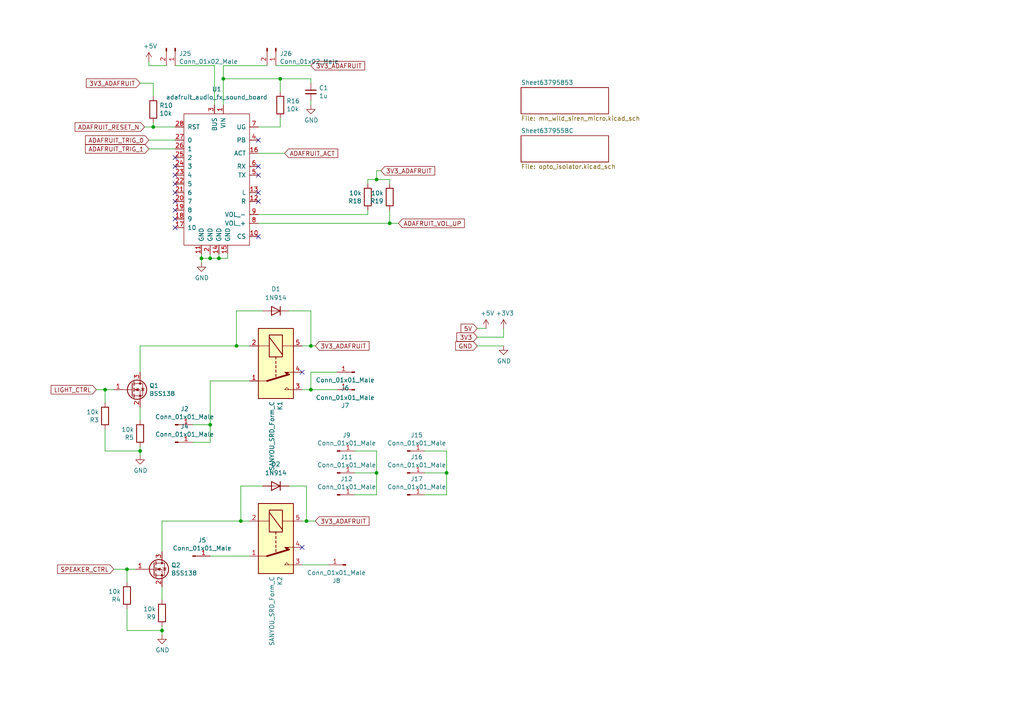
<source format=kicad_sch>
(kicad_sch (version 20211123) (generator eeschema)
  (paper "A4")
  (lib_symbols
    (symbol "Connector:Conn_01x01_Male" (pin_names (offset 1.016) hide)
      (property "Reference" "J" (at 0 2.54 0))
      (property "Value" "Conn_01x01_Male" (at 0 -2.54 0))
      (symbol "Conn_01x01_Male_1_1"
        (polyline (pts (xy 1.27 0) (xy 0.8636 0)) (stroke (width 0.1524)))
        (rectangle (start 0.8636 0.127) (end 0 -0.127) (stroke (width 0.1524)) (fill (type outline)))
        (pin passive line (at 5.08 0 180) (length 3.81) (name "Pin_1") (number "1"))
      )
    )
    (symbol "Connector:Conn_01x02_Male" (pin_names (offset 1.016) hide)
      (property "Reference" "J" (at 0 2.54 0))
      (property "Value" "Conn_01x02_Male" (at 0 -5.08 0))
      (symbol "Conn_01x02_Male_1_1"
        (polyline (pts (xy 1.27 -2.54) (xy 0.8636 -2.54)) (stroke (width 0.1524)))
        (polyline (pts (xy 1.27 0) (xy 0.8636 0)) (stroke (width 0.1524)))
        (rectangle (start 0.8636 -2.413) (end 0 -2.667) (stroke (width 0.1524)) (fill (type outline)))
        (rectangle (start 0.8636 0.127) (end 0 -0.127) (stroke (width 0.1524)) (fill (type outline)))
        (pin passive line (at 5.08 0 180) (length 3.81) (name "Pin_1") (number "1"))
        (pin passive line (at 5.08 -2.54 180) (length 3.81) (name "Pin_2") (number "2"))
      )
    )
    (symbol "Device:C_Small" (pin_numbers hide) (pin_names (offset 0.254) hide)
      (property "Reference" "C" (at 0.254 1.778 0))
      (property "Value" "C_Small" (at 0.254 -2.032 0))
      (symbol "C_Small_0_1"
        (polyline (pts (xy -1.524 -0.508) (xy 1.524 -0.508)) (stroke (width 0.3302)))
        (polyline (pts (xy -1.524 0.508) (xy 1.524 0.508)) (stroke (width 0.3048)))
      )
      (symbol "C_Small_1_1"
        (pin passive line (at 0 2.54 270) (length 2.032) (name "~") (number "1"))
        (pin passive line (at 0 -2.54 90) (length 2.032) (name "~") (number "2"))
      )
    )
    (symbol "Device:R" (pin_numbers hide) (pin_names (offset 0))
      (property "Reference" "R" (at 2.032 0 90))
      (property "Value" "R" (at 0 0 90))
      (symbol "R_0_1"
        (rectangle (start -1.016 -2.54) (end 1.016 2.54) (stroke (width 0.254)))
      )
      (symbol "R_1_1"
        (pin passive line (at 0 3.81 270) (length 1.27) (name "~") (number "1"))
        (pin passive line (at 0 -3.81 90) (length 1.27) (name "~") (number "2"))
      )
    )
    (symbol "Diode:1N914" (pin_numbers hide) (pin_names hide)
      (property "Reference" "D" (at 0 2.54 0))
      (property "Value" "1N914" (at 0 -2.54 0))
      (symbol "1N914_0_1"
        (polyline (pts (xy -1.27 1.27) (xy -1.27 -1.27)) (stroke (width 0.254)))
        (polyline (pts (xy 1.27 0) (xy -1.27 0)))
        (polyline (pts (xy 1.27 1.27) (xy 1.27 -1.27) (xy -1.27 0) (xy 1.27 1.27)) (stroke (width 0.254)))
      )
      (symbol "1N914_1_1"
        (pin passive line (at -3.81 0 0) (length 2.54) (name "K") (number "1"))
        (pin passive line (at 3.81 0 180) (length 2.54) (name "A") (number "2"))
      )
    )
    (symbol "Relay:SANYOU_SRD_Form_C"
      (property "Reference" "K" (at 11.43 3.81 0))
      (property "Value" "SANYOU_SRD_Form_C" (at 11.43 1.27 0))
      (symbol "SANYOU_SRD_Form_C_0_0"
        (polyline (pts (xy 7.62 5.08) (xy 7.62 2.54) (xy 6.985 3.175) (xy 7.62 3.81)))
      )
      (symbol "SANYOU_SRD_Form_C_0_1"
        (rectangle (start -10.16 5.08) (end 10.16 -5.08) (stroke (width 0.254)) (fill (type background)))
        (rectangle (start -8.255 1.905) (end -1.905 -1.905) (stroke (width 0.254)))
        (polyline (pts (xy -7.62 -1.905) (xy -2.54 1.905)) (stroke (width 0.254)))
        (polyline (pts (xy -5.08 -5.08) (xy -5.08 -1.905)))
        (polyline (pts (xy -5.08 5.08) (xy -5.08 1.905)))
        (polyline (pts (xy -1.905 0) (xy -1.27 0)) (stroke (width 0.254)))
        (polyline (pts (xy -0.635 0) (xy 0 0)) (stroke (width 0.254)))
        (polyline (pts (xy 0.635 0) (xy 1.27 0)) (stroke (width 0.254)))
        (polyline (pts (xy 1.905 0) (xy 2.54 0)) (stroke (width 0.254)))
        (polyline (pts (xy 3.175 0) (xy 3.81 0)) (stroke (width 0.254)))
        (polyline (pts (xy 5.08 -2.54) (xy 3.175 3.81)) (stroke (width 0.508)))
        (polyline (pts (xy 5.08 -2.54) (xy 5.08 -5.08)))
      )
      (symbol "SANYOU_SRD_Form_C_1_1"
        (polyline (pts (xy 2.54 3.81) (xy 3.175 3.175) (xy 2.54 2.54) (xy 2.54 5.08)) (fill (type outline)))
        (pin passive line (at 5.08 -7.62 90) (length 2.54) (name "~") (number "1"))
        (pin passive line (at -5.08 -7.62 90) (length 2.54) (name "~") (number "2"))
        (pin passive line (at 7.62 7.62 270) (length 2.54) (name "~") (number "3"))
        (pin passive line (at 2.54 7.62 270) (length 2.54) (name "~") (number "4"))
        (pin passive line (at -5.08 7.62 270) (length 2.54) (name "~") (number "5"))
      )
    )
    (symbol "Transistor_FET:BSS138" (pin_names hide)
      (property "Reference" "Q" (at 5.08 1.905 0))
      (property "Value" "BSS138" (at 5.08 0 0))
      (symbol "BSS138_0_1"
        (polyline (pts (xy 0.254 0) (xy -2.54 0)))
        (polyline (pts (xy 0.254 1.905) (xy 0.254 -1.905)) (stroke (width 0.254)))
        (polyline (pts (xy 0.762 -1.27) (xy 0.762 -2.286)) (stroke (width 0.254)))
        (polyline (pts (xy 0.762 0.508) (xy 0.762 -0.508)) (stroke (width 0.254)))
        (polyline (pts (xy 0.762 2.286) (xy 0.762 1.27)) (stroke (width 0.254)))
        (polyline (pts (xy 2.54 2.54) (xy 2.54 1.778)))
        (polyline (pts (xy 2.54 -2.54) (xy 2.54 0) (xy 0.762 0)))
        (polyline (pts (xy 0.762 -1.778) (xy 3.302 -1.778) (xy 3.302 1.778) (xy 0.762 1.778)))
        (polyline (pts (xy 1.016 0) (xy 2.032 0.381) (xy 2.032 -0.381) (xy 1.016 0)) (fill (type outline)))
        (polyline (pts (xy 2.794 0.508) (xy 2.921 0.381) (xy 3.683 0.381) (xy 3.81 0.254)))
        (polyline (pts (xy 3.302 0.381) (xy 2.921 -0.254) (xy 3.683 -0.254) (xy 3.302 0.381)))
        (circle (center 1.651 0) (radius 2.794) (stroke (width 0.254)))
        (circle (center 2.54 -1.778) (radius 0.254) (fill (type outline)))
        (circle (center 2.54 1.778) (radius 0.254) (fill (type outline)))
      )
      (symbol "BSS138_1_1"
        (pin input line (at -5.08 0 0) (length 2.54) (name "G") (number "1"))
        (pin passive line (at 2.54 -5.08 90) (length 2.54) (name "S") (number "2"))
        (pin passive line (at 2.54 5.08 270) (length 2.54) (name "D") (number "3"))
      )
    )
    (symbol "power:+3V3" (power) (pin_names (offset 0))
      (property "Value" "+3V3" (at 0 3.556 0))
      (symbol "+3V3_0_1"
        (polyline (pts (xy -0.762 1.27) (xy 0 2.54)))
        (polyline (pts (xy 0 0) (xy 0 2.54)))
        (polyline (pts (xy 0 2.54) (xy 0.762 1.27)))
      )
      (symbol "+3V3_1_1"
        (pin power_in line (at 0 0 90) (length 0) hide (name "+3V3") (number "1"))
      )
    )
    (symbol "power:+5V" (power) (pin_names (offset 0))
      (property "Value" "+5V" (at 0 3.556 0))
      (symbol "+5V_0_1"
        (polyline (pts (xy -0.762 1.27) (xy 0 2.54)))
        (polyline (pts (xy 0 0) (xy 0 2.54)))
        (polyline (pts (xy 0 2.54) (xy 0.762 1.27)))
      )
      (symbol "+5V_1_1"
        (pin power_in line (at 0 0 90) (length 0) hide (name "+5V") (number "1"))
      )
    )
    (symbol "power:GND" (power) (pin_names (offset 0))
      (property "Value" "GND" (at 0 -3.81 0))
      (symbol "GND_0_1"
        (polyline (pts (xy 0 0) (xy 0 -1.27) (xy 1.27 -1.27) (xy 0 -2.54) (xy -1.27 -1.27) (xy 0 -1.27)))
      )
      (symbol "GND_1_1"
        (pin power_in line (at 0 0 270) (length 0) hide (name "GND") (number "1"))
      )
    )
    (symbol "srw_custom:adafruit_audio_fx_sound_board" (pin_names (offset 1.016))
      (property "Reference" "U" (at -8.89 6.35 0))
      (property "Value" "srw_custom_adafruit_audio_fx_sound_board" (at -1.27 -48.26 0))
      (symbol "adafruit_audio_fx_sound_board_0_1"
        (rectangle (start 0 0) (end 19.05 -38.1))
      )
      (symbol "adafruit_audio_fx_sound_board_1_1"
        (pin input line (at 11.43 2.54 270) (length 2.54) (name "VIN") (number "1"))
        (pin input line (at 21.59 -35.56 180) (length 2.54) (name "CS") (number "10"))
        (pin input line (at 5.08 -40.64 90) (length 2.54) (name "GND") (number "11"))
        (pin input line (at 21.59 -25.4 180) (length 2.54) (name "R") (number "12"))
        (pin input line (at 21.59 -22.86 180) (length 2.54) (name "L") (number "13"))
        (pin input line (at 10.16 -40.64 90) (length 2.54) (name "GND") (number "14"))
        (pin input line (at 12.7 -40.64 90) (length 2.54) (name "GND") (number "15"))
        (pin input line (at 21.59 -11.43 180) (length 2.54) (name "ACT") (number "16"))
        (pin input line (at -2.54 -33.02 0) (length 2.54) (name "10") (number "17"))
        (pin input line (at -2.54 -30.48 0) (length 2.54) (name "9") (number "18"))
        (pin input line (at -2.54 -27.94 0) (length 2.54) (name "8") (number "19"))
        (pin input line (at 7.62 -40.64 90) (length 2.54) (name "GND") (number "2"))
        (pin input line (at -2.54 -25.4 0) (length 2.54) (name "7") (number "20"))
        (pin input line (at -2.54 -22.86 0) (length 2.54) (name "6") (number "21"))
        (pin input line (at -2.54 -20.32 0) (length 2.54) (name "5") (number "22"))
        (pin input line (at -2.54 -17.78 0) (length 2.54) (name "4") (number "23"))
        (pin input line (at -2.54 -15.24 0) (length 2.54) (name "3") (number "24"))
        (pin input line (at -2.54 -12.7 0) (length 2.54) (name "2") (number "25"))
        (pin input line (at -2.54 -10.16 0) (length 2.54) (name "1") (number "26"))
        (pin input line (at -2.54 -7.62 0) (length 2.54) (name "0") (number "27"))
        (pin input line (at -2.54 -3.81 0) (length 2.54) (name "RST") (number "28"))
        (pin input line (at 8.89 2.54 270) (length 2.54) (name "BUS") (number "3"))
        (pin input line (at 21.59 -7.62 180) (length 2.54) (name "PB") (number "4"))
        (pin input line (at 21.59 -17.78 180) (length 2.54) (name "TX") (number "5"))
        (pin input line (at 21.59 -15.24 180) (length 2.54) (name "RX") (number "6"))
        (pin input line (at 21.59 -3.81 180) (length 2.54) (name "UG") (number "7"))
        (pin input line (at 21.59 -31.75 180) (length 2.54) (name "VOL_+") (number "8"))
        (pin input line (at 21.59 -29.21 180) (length 2.54) (name "VOL_-") (number "9"))
      )
    )
  )
  (junction (at 63.5 74.93))
  (junction (at 44.45 36.83))
  (junction (at 60.96 123.19))
  (junction (at 60.96 74.93))
  (junction (at 46.99 182.88))
  (junction (at 88.9 151.13))
  (junction (at 68.58 100.33))
  (junction (at 109.22 52.07))
  (junction (at 90.17 100.33))
  (junction (at 113.03 64.77))
  (junction (at 30.48 113.03))
  (junction (at 58.42 74.93))
  (junction (at 90.17 113.03))
  (junction (at 81.28 22.86))
  (junction (at 109.22 137.16))
  (junction (at 129.54 137.16))
  (junction (at 36.83 165.1))
  (junction (at 40.64 130.81))
  (junction (at 64.77 22.86))
  (junction (at 69.85 151.13))
  (no_connect (at 74.93 48.26))
  (no_connect (at 74.93 58.42))
  (no_connect (at 50.8 66.04))
  (no_connect (at 50.8 53.34))
  (no_connect (at 50.8 63.5))
  (no_connect (at 74.93 68.58))
  (no_connect (at 50.8 45.72))
  (no_connect (at 74.93 50.8))
  (no_connect (at 50.8 60.96))
  (no_connect (at 50.8 48.26))
  (no_connect (at 74.93 55.88))
  (no_connect (at 74.93 40.64))
  (no_connect (at 87.63 107.95))
  (no_connect (at 50.8 58.42))
  (no_connect (at 50.8 55.88))
  (no_connect (at 50.8 50.8))
  (no_connect (at 87.63 158.75))
  (wire (pts (xy 63.5 73.66) (xy 63.5 74.93)))
  (wire (pts (xy 88.9 140.97) (xy 83.82 140.97)))
  (wire (pts (xy 146.05 97.79) (xy 146.05 95.25)))
  (wire (pts (xy 40.64 130.81) (xy 30.48 130.81)))
  (wire (pts (xy 90.17 107.95) (xy 97.79 107.95)))
  (wire (pts (xy 46.99 170.18) (xy 46.99 173.99)))
  (wire (pts (xy 30.48 124.46) (xy 30.48 130.81)))
  (wire (pts (xy 50.8 43.18) (xy 43.18 43.18)))
  (wire (pts (xy 109.22 137.16) (xy 102.87 137.16)))
  (wire (pts (xy 91.44 151.13) (xy 88.9 151.13)))
  (wire (pts (xy 46.99 182.88) (xy 36.83 182.88)))
  (wire (pts (xy 69.85 151.13) (xy 46.99 151.13)))
  (wire (pts (xy 36.83 165.1) (xy 39.37 165.1)))
  (wire (pts (xy 76.2 90.17) (xy 68.58 90.17)))
  (wire (pts (xy 87.63 113.03) (xy 90.17 113.03)))
  (wire (pts (xy 46.99 182.88) (xy 46.99 184.15)))
  (wire (pts (xy 43.18 19.05) (xy 43.18 17.78)))
  (wire (pts (xy 36.83 165.1) (xy 36.83 168.91)))
  (wire (pts (xy 88.9 151.13) (xy 87.63 151.13)))
  (wire (pts (xy 74.93 64.77) (xy 113.03 64.77)))
  (wire (pts (xy 72.39 100.33) (xy 68.58 100.33)))
  (wire (pts (xy 80.01 19.05) (xy 90.17 19.05)))
  (wire (pts (xy 60.96 161.29) (xy 72.39 161.29)))
  (wire (pts (xy 140.97 95.25) (xy 138.43 95.25)))
  (wire (pts (xy 109.22 130.81) (xy 109.22 137.16)))
  (wire (pts (xy 55.88 123.19) (xy 60.96 123.19)))
  (wire (pts (xy 138.43 100.33) (xy 146.05 100.33)))
  (wire (pts (xy 46.99 151.13) (xy 46.99 160.02)))
  (wire (pts (xy 30.48 113.03) (xy 33.02 113.03)))
  (wire (pts (xy 109.22 143.51) (xy 109.22 137.16)))
  (wire (pts (xy 58.42 76.2) (xy 58.42 74.93)))
  (wire (pts (xy 40.64 100.33) (xy 40.64 107.95)))
  (wire (pts (xy 60.96 128.27) (xy 60.96 123.19)))
  (wire (pts (xy 129.54 130.81) (xy 129.54 137.16)))
  (wire (pts (xy 74.93 36.83) (xy 81.28 36.83)))
  (wire (pts (xy 106.68 53.34) (xy 106.68 52.07)))
  (wire (pts (xy 87.63 163.83) (xy 95.25 163.83)))
  (wire (pts (xy 81.28 36.83) (xy 81.28 34.29)))
  (wire (pts (xy 60.96 73.66) (xy 60.96 74.93)))
  (wire (pts (xy 60.96 110.49) (xy 72.39 110.49)))
  (wire (pts (xy 40.64 130.81) (xy 40.64 129.54)))
  (wire (pts (xy 62.23 30.48) (xy 62.23 19.05)))
  (wire (pts (xy 76.2 140.97) (xy 69.85 140.97)))
  (wire (pts (xy 90.17 30.48) (xy 90.17 29.21)))
  (wire (pts (xy 40.64 130.81) (xy 40.64 132.08)))
  (wire (pts (xy 68.58 100.33) (xy 40.64 100.33)))
  (wire (pts (xy 81.28 26.67) (xy 81.28 22.86)))
  (wire (pts (xy 90.17 113.03) (xy 90.17 107.95)))
  (wire (pts (xy 43.18 40.64) (xy 50.8 40.64)))
  (wire (pts (xy 72.39 151.13) (xy 69.85 151.13)))
  (wire (pts (xy 102.87 143.51) (xy 109.22 143.51)))
  (wire (pts (xy 74.93 62.23) (xy 106.68 62.23)))
  (wire (pts (xy 44.45 27.94) (xy 44.45 24.13)))
  (wire (pts (xy 90.17 90.17) (xy 83.82 90.17)))
  (wire (pts (xy 129.54 143.51) (xy 129.54 137.16)))
  (wire (pts (xy 44.45 36.83) (xy 44.45 35.56)))
  (wire (pts (xy 106.68 52.07) (xy 109.22 52.07)))
  (wire (pts (xy 90.17 22.86) (xy 81.28 22.86)))
  (wire (pts (xy 69.85 140.97) (xy 69.85 151.13)))
  (wire (pts (xy 74.93 44.45) (xy 82.55 44.45)))
  (wire (pts (xy 90.17 113.03) (xy 97.79 113.03)))
  (wire (pts (xy 48.26 19.05) (xy 43.18 19.05)))
  (wire (pts (xy 68.58 90.17) (xy 68.58 100.33)))
  (wire (pts (xy 40.64 118.11) (xy 40.64 121.92)))
  (wire (pts (xy 40.64 24.13) (xy 44.45 24.13)))
  (wire (pts (xy 64.77 19.05) (xy 64.77 22.86)))
  (wire (pts (xy 81.28 22.86) (xy 64.77 22.86)))
  (wire (pts (xy 63.5 74.93) (xy 66.04 74.93)))
  (wire (pts (xy 123.19 130.81) (xy 129.54 130.81)))
  (wire (pts (xy 109.22 49.53) (xy 110.49 49.53)))
  (wire (pts (xy 113.03 53.34) (xy 113.03 52.07)))
  (wire (pts (xy 46.99 182.88) (xy 46.99 181.61)))
  (wire (pts (xy 58.42 74.93) (xy 58.42 73.66)))
  (wire (pts (xy 102.87 130.81) (xy 109.22 130.81)))
  (wire (pts (xy 64.77 30.48) (xy 64.77 22.86)))
  (wire (pts (xy 77.47 19.05) (xy 64.77 19.05)))
  (wire (pts (xy 138.43 97.79) (xy 146.05 97.79)))
  (wire (pts (xy 129.54 137.16) (xy 123.19 137.16)))
  (wire (pts (xy 90.17 100.33) (xy 87.63 100.33)))
  (wire (pts (xy 113.03 52.07) (xy 109.22 52.07)))
  (wire (pts (xy 113.03 64.77) (xy 115.57 64.77)))
  (wire (pts (xy 58.42 74.93) (xy 60.96 74.93)))
  (wire (pts (xy 50.8 19.05) (xy 62.23 19.05)))
  (wire (pts (xy 66.04 74.93) (xy 66.04 73.66)))
  (wire (pts (xy 109.22 49.53) (xy 109.22 52.07)))
  (wire (pts (xy 90.17 24.13) (xy 90.17 22.86)))
  (wire (pts (xy 50.8 36.83) (xy 44.45 36.83)))
  (wire (pts (xy 30.48 113.03) (xy 30.48 116.84)))
  (wire (pts (xy 91.44 100.33) (xy 90.17 100.33)))
  (wire (pts (xy 113.03 60.96) (xy 113.03 64.77)))
  (wire (pts (xy 106.68 60.96) (xy 106.68 62.23)))
  (wire (pts (xy 60.96 74.93) (xy 63.5 74.93)))
  (wire (pts (xy 55.88 128.27) (xy 60.96 128.27)))
  (wire (pts (xy 36.83 176.53) (xy 36.83 182.88)))
  (wire (pts (xy 88.9 151.13) (xy 88.9 140.97)))
  (wire (pts (xy 41.91 36.83) (xy 44.45 36.83)))
  (wire (pts (xy 33.02 165.1) (xy 36.83 165.1)))
  (wire (pts (xy 60.96 123.19) (xy 60.96 110.49)))
  (wire (pts (xy 27.94 113.03) (xy 30.48 113.03)))
  (wire (pts (xy 90.17 100.33) (xy 90.17 90.17)))
  (wire (pts (xy 123.19 143.51) (xy 129.54 143.51)))
  (global_label "ADAFRUIT_TRIG_1" (shape input) (at 43.18 43.18 180) (property "Intersheet References" "${INTERSHEET_REFS}" (effects hide)))
  (global_label "LIGHT_CTRL" (shape input) (at 27.94 113.03 180) (property "Intersheet References" "${INTERSHEET_REFS}" (effects hide)))
  (global_label "ADAFRUIT_RESET_N" (shape input) (at 41.91 36.83 180) (property "Intersheet References" "${INTERSHEET_REFS}" (effects hide)))
  (global_label "3V3_ADAFRUIT" (shape input) (at 90.17 19.05 0) (property "Intersheet References" "${INTERSHEET_REFS}" (effects hide)))
  (global_label "ADAFRUIT_VOL_UP" (shape input) (at 115.57 64.77 0) (property "Intersheet References" "${INTERSHEET_REFS}" (effects hide)))
  (global_label "3V3_ADAFRUIT" (shape input) (at 91.44 100.33 0) (property "Intersheet References" "${INTERSHEET_REFS}" (effects hide)))
  (global_label "GND" (shape input) (at 138.43 100.33 180) (property "Intersheet References" "${INTERSHEET_REFS}" (effects hide)))
  (global_label "5V" (shape input) (at 138.43 95.25 180) (property "Intersheet References" "${INTERSHEET_REFS}" (effects hide)))
  (global_label "3V3_ADAFRUIT" (shape input) (at 40.64 24.13 180) (property "Intersheet References" "${INTERSHEET_REFS}" (effects hide)))
  (global_label "ADAFRUIT_ACT" (shape input) (at 82.55 44.45 0) (property "Intersheet References" "${INTERSHEET_REFS}" (effects hide)))
  (global_label "ADAFRUIT_TRIG_0" (shape input) (at 43.18 40.64 180) (property "Intersheet References" "${INTERSHEET_REFS}" (effects hide)))
  (global_label "3V3" (shape input) (at 138.43 97.79 180) (property "Intersheet References" "${INTERSHEET_REFS}" (effects hide)))
  (global_label "SPEAKER_CTRL" (shape input) (at 33.02 165.1 180) (property "Intersheet References" "${INTERSHEET_REFS}" (effects hide)))
  (global_label "3V3_ADAFRUIT" (shape input) (at 110.49 49.53 0) (property "Intersheet References" "${INTERSHEET_REFS}" (effects hide)))
  (global_label "3V3_ADAFRUIT" (shape input) (at 91.44 151.13 0) (property "Intersheet References" "${INTERSHEET_REFS}" (effects hide)))
  (symbol (lib_id "srw_custom:adafruit_audio_fx_sound_board") (at 53.34 33.02 0) (unit 1)
    (property "Reference" "U1" (at 62.865 25.8826 0))
    (property "Value" "adafruit_audio_fx_sound_board" (at 62.865 28.194 0))
    (property "Footprint" "srw_custom:adafruit_soundboard" (effects hide))
  )
  (symbol (lib_id "power:GND") (at 58.42 76.2 0) (unit 1)
    (property "Reference" "#PWR0101" (effects hide))
    (property "Value" "GND" (at 58.547 80.5942 0))
  )
  (symbol (lib_id "Device:R") (at 81.28 30.48 0) (unit 1)
    (property "Reference" "R16" (at 83.058 29.3116 0) (effects (justify left)))
    (property "Value" "10k" (at 83.058 31.623 0) (effects (justify left)))
    (property "Footprint" "Resistor_SMD:R_0402_1005Metric" (effects hide))
  )
  (symbol (lib_id "Device:R") (at 113.03 57.15 180) (unit 1)
    (property "Reference" "R19" (at 111.252 58.3184 0) (effects (justify left)))
    (property "Value" "10k" (at 111.252 56.007 0) (effects (justify left)))
    (property "Footprint" "Resistor_SMD:R_0402_1005Metric" (effects hide))
  )
  (symbol (lib_id "Device:R") (at 106.68 57.15 180) (unit 1)
    (property "Reference" "R18" (at 104.902 58.3184 0) (effects (justify left)))
    (property "Value" "10k" (at 104.902 56.007 0) (effects (justify left)))
    (property "Footprint" "Resistor_SMD:R_0402_1005Metric" (effects hide))
  )
  (symbol (lib_id "Device:R") (at 44.45 31.75 0) (unit 1)
    (property "Reference" "R10" (at 46.228 30.5816 0) (effects (justify left)))
    (property "Value" "10k" (at 46.228 32.893 0) (effects (justify left)))
    (property "Footprint" "Resistor_SMD:R_0402_1005Metric" (effects hide))
  )
  (symbol (lib_id "Device:C_Small") (at 90.17 26.67 0) (unit 1)
    (property "Reference" "C1" (at 92.5068 25.5016 0) (effects (justify left)))
    (property "Value" "1u" (at 92.5068 27.813 0) (effects (justify left)))
    (property "Footprint" "Resistor_SMD:R_0603_1608Metric_Pad1.05x0.95mm_HandSolder" (effects hide))
  )
  (symbol (lib_id "power:GND") (at 90.17 30.48 0) (unit 1)
    (property "Reference" "#PWR0103" (effects hide))
    (property "Value" "GND" (at 90.297 34.8742 0))
  )
  (symbol (lib_id "Relay:SANYOU_SRD_Form_C") (at 80.01 105.41 270) (unit 1)
    (property "Reference" "K1" (at 81.1784 116.332 0) (effects (justify left)))
    (property "Value" "SANYOU_SRD_Form_C" (at 78.867 116.332 0) (effects (justify left)))
    (property "Footprint" "Relay_THT:Relay_SPDT_SANYOU_SRD_Series_Form_C" (effects hide))
    (property "Datasheet" "http://www.sanyourelay.ca/public/products/pdf/SRD.pdf" (effects hide))
  )
  (symbol (lib_id "Relay:SANYOU_SRD_Form_C") (at 80.01 156.21 270) (unit 1)
    (property "Reference" "K2" (at 81.1784 167.132 0) (effects (justify left)))
    (property "Value" "SANYOU_SRD_Form_C" (at 78.867 167.132 0) (effects (justify left)))
    (property "Footprint" "Relay_THT:Relay_SPDT_SANYOU_SRD_Series_Form_C" (effects hide))
    (property "Datasheet" "http://www.sanyourelay.ca/public/products/pdf/SRD.pdf" (effects hide))
  )
  (symbol (lib_id "Transistor_FET:BSS138") (at 38.1 113.03 0) (unit 1)
    (property "Reference" "Q1" (at 43.2816 111.8616 0) (effects (justify left)))
    (property "Value" "BSS138" (at 43.2816 114.173 0) (effects (justify left)))
    (property "Footprint" "Package_TO_SOT_SMD:SOT-23" (effects hide))
    (property "Datasheet" "https://www.fairchildsemi.com/datasheets/BS/BSS138.pdf" (effects hide))
  )
  (symbol (lib_id "power:GND") (at 40.64 132.08 0) (unit 1)
    (property "Reference" "#PWR0108" (effects hide))
    (property "Value" "GND" (at 40.767 136.4742 0))
  )
  (symbol (lib_id "Device:R") (at 30.48 120.65 180) (unit 1)
    (property "Reference" "R3" (at 28.702 121.8184 0) (effects (justify left)))
    (property "Value" "10k" (at 28.702 119.507 0) (effects (justify left)))
    (property "Footprint" "Resistor_SMD:R_0402_1005Metric" (effects hide))
  )
  (symbol (lib_id "Device:R") (at 40.64 125.73 180) (unit 1)
    (property "Reference" "R5" (at 38.862 126.8984 0) (effects (justify left)))
    (property "Value" "10k" (at 38.862 124.587 0) (effects (justify left)))
    (property "Footprint" "Resistor_SMD:R_0402_1005Metric" (effects hide))
  )
  (symbol (lib_id "Transistor_FET:BSS138") (at 44.45 165.1 0) (unit 1)
    (property "Reference" "Q2" (at 49.6316 163.9316 0) (effects (justify left)))
    (property "Value" "BSS138" (at 49.6316 166.243 0) (effects (justify left)))
    (property "Footprint" "Package_TO_SOT_SMD:SOT-23" (effects hide))
    (property "Datasheet" "https://www.fairchildsemi.com/datasheets/BS/BSS138.pdf" (effects hide))
  )
  (symbol (lib_id "power:GND") (at 46.99 184.15 0) (unit 1)
    (property "Reference" "#PWR0110" (effects hide))
    (property "Value" "GND" (at 47.117 188.5442 0))
  )
  (symbol (lib_id "Device:R") (at 36.83 172.72 180) (unit 1)
    (property "Reference" "R4" (at 35.052 173.8884 0) (effects (justify left)))
    (property "Value" "10k" (at 35.052 171.577 0) (effects (justify left)))
    (property "Footprint" "Resistor_SMD:R_0402_1005Metric" (effects hide))
  )
  (symbol (lib_id "Device:R") (at 46.99 177.8 180) (unit 1)
    (property "Reference" "R9" (at 45.212 178.9684 0) (effects (justify left)))
    (property "Value" "10k" (at 45.212 176.657 0) (effects (justify left)))
    (property "Footprint" "Resistor_SMD:R_0402_1005Metric" (effects hide))
  )
  (symbol (lib_id "Connector:Conn_01x01_Male") (at 102.87 113.03 180) (unit 1)
    (property "Reference" "J7" (at 100.1268 117.6274 0))
    (property "Value" "Conn_01x01_Male" (at 100.1268 115.316 0))
    (property "Footprint" "MountingHole:MountingHole_2.5mm_Pad" (effects hide))
  )
  (symbol (lib_id "Connector:Conn_01x01_Male") (at 102.87 107.95 180) (unit 1)
    (property "Reference" "J6" (at 100.1268 112.5474 0))
    (property "Value" "Conn_01x01_Male" (at 100.1268 110.236 0))
    (property "Footprint" "MountingHole:MountingHole_2.5mm_Pad" (effects hide))
  )
  (symbol (lib_id "Connector:Conn_01x01_Male") (at 50.8 123.19 0) (unit 1)
    (property "Reference" "J2" (at 53.5432 118.5926 0))
    (property "Value" "Conn_01x01_Male" (at 53.5432 120.904 0))
    (property "Footprint" "MountingHole:MountingHole_2.5mm_Pad" (effects hide))
  )
  (symbol (lib_id "Connector:Conn_01x01_Male") (at 50.8 128.27 0) (unit 1)
    (property "Reference" "J4" (at 53.5432 123.6726 0))
    (property "Value" "Conn_01x01_Male" (at 53.5432 125.984 0))
    (property "Footprint" "MountingHole:MountingHole_2.5mm_Pad" (effects hide))
  )
  (symbol (lib_id "Connector:Conn_01x01_Male") (at 100.33 163.83 180) (unit 1)
    (property "Reference" "J8" (at 97.5868 168.4274 0))
    (property "Value" "Conn_01x01_Male" (at 97.5868 166.116 0))
    (property "Footprint" "MountingHole:MountingHole_2.5mm_Pad" (effects hide))
  )
  (symbol (lib_id "Connector:Conn_01x01_Male") (at 55.88 161.29 0) (unit 1)
    (property "Reference" "J5" (at 58.6232 156.6926 0))
    (property "Value" "Conn_01x01_Male" (at 58.6232 159.004 0))
    (property "Footprint" "MountingHole:MountingHole_2.5mm_Pad" (effects hide))
  )
  (symbol (lib_id "power:+5V") (at 140.97 95.25 0) (unit 1)
    (property "Reference" "#PWR0163" (effects hide))
    (property "Value" "+5V" (at 141.351 90.8558 0))
  )
  (symbol (lib_id "power:+3V3") (at 146.05 95.25 0) (unit 1)
    (property "Reference" "#PWR0164" (effects hide))
    (property "Value" "+3V3" (at 146.431 90.8558 0))
  )
  (symbol (lib_id "power:GND") (at 146.05 100.33 0) (unit 1)
    (property "Reference" "#PWR0165" (effects hide))
    (property "Value" "GND" (at 146.177 104.7242 0))
  )
  (symbol (lib_id "Connector:Conn_01x02_Male") (at 80.01 13.97 270) (unit 1)
    (property "Reference" "J26" (at 81.1276 15.5448 90) (effects (justify left)))
    (property "Value" "Conn_01x02_Male" (at 81.1276 17.8562 90) (effects (justify left)))
    (property "Footprint" "Connector_PinHeader_2.54mm:PinHeader_1x02_P2.54mm_Vertical" (effects hide))
  )
  (symbol (lib_id "Connector:Conn_01x02_Male") (at 50.8 13.97 270) (unit 1)
    (property "Reference" "J25" (at 51.9176 15.5448 90) (effects (justify left)))
    (property "Value" "Conn_01x02_Male" (at 51.9176 17.8562 90) (effects (justify left)))
    (property "Footprint" "Connector_PinHeader_2.54mm:PinHeader_1x02_P2.54mm_Vertical" (effects hide))
  )
  (symbol (lib_id "Diode:1N914") (at 80.01 140.97 180) (unit 1)
    (property "Reference" "D2" (at 80.01 134.62 0))
    (property "Value" "1N914" (at 80.01 137.16 0))
    (property "Footprint" "Diode_THT:D_DO-35_SOD27_P7.62mm_Horizontal" (effects hide))
    (property "Datasheet" "http://www.vishay.com/docs/85622/1n914.pdf" (effects hide))
  )
  (symbol (lib_id "power:+5V") (at 43.18 17.78 0) (unit 1)
    (property "Reference" "#PWR0142" (effects hide))
    (property "Value" "+5V" (at 43.561 13.3858 0))
  )
  (symbol (lib_id "Connector:Conn_01x01_Male") (at 118.11 137.16 0) (unit 1)
    (property "Reference" "J16" (at 120.8532 132.5626 0))
    (property "Value" "Conn_01x01_Male" (at 120.8532 134.874 0))
    (property "Footprint" "MountingHole:MountingHole_2.5mm_Pad" (effects hide))
  )
  (symbol (lib_id "Connector:Conn_01x01_Male") (at 97.79 143.51 0) (unit 1)
    (property "Reference" "J12" (at 100.5332 138.9126 0))
    (property "Value" "Conn_01x01_Male" (at 100.5332 141.224 0))
    (property "Footprint" "MountingHole:MountingHole_2.5mm_Pad" (effects hide))
  )
  (symbol (lib_id "Connector:Conn_01x01_Male") (at 97.79 130.81 0) (unit 1)
    (property "Reference" "J9" (at 100.5332 126.2126 0))
    (property "Value" "Conn_01x01_Male" (at 100.5332 128.524 0))
    (property "Footprint" "MountingHole:MountingHole_2.5mm_Pad" (effects hide))
  )
  (symbol (lib_id "Connector:Conn_01x01_Male") (at 118.11 130.81 0) (unit 1)
    (property "Reference" "J15" (at 120.8532 126.2126 0))
    (property "Value" "Conn_01x01_Male" (at 120.8532 128.524 0))
    (property "Footprint" "MountingHole:MountingHole_2.5mm_Pad" (effects hide))
  )
  (symbol (lib_id "Connector:Conn_01x01_Male") (at 97.79 137.16 0) (unit 1)
    (property "Reference" "J11" (at 100.5332 132.5626 0))
    (property "Value" "Conn_01x01_Male" (at 100.5332 134.874 0))
    (property "Footprint" "MountingHole:MountingHole_2.5mm_Pad" (effects hide))
  )
  (symbol (lib_id "Diode:1N914") (at 80.01 90.17 180) (unit 1)
    (property "Reference" "D1" (at 80.01 83.82 0))
    (property "Value" "1N914" (at 80.01 86.36 0))
    (property "Footprint" "Diode_THT:D_DO-35_SOD27_P7.62mm_Horizontal" (effects hide))
    (property "Datasheet" "http://www.vishay.com/docs/85622/1n914.pdf" (effects hide))
  )
  (symbol (lib_id "Connector:Conn_01x01_Male") (at 118.11 143.51 0) (unit 1)
    (property "Reference" "J17" (at 120.8532 138.9126 0))
    (property "Value" "Conn_01x01_Male" (at 120.8532 141.224 0))
    (property "Footprint" "MountingHole:MountingHole_2.5mm_Pad" (effects hide))
  )
  (sheet (at 151.13 39.37) (size 25.4 7.62)
    (property "Sheet name" "Sheet637955BC" (at 151.13 38.6584 0) (effects (justify left bottom)))
    (property "Sheet file" "opto_isolator.kicad_sch" (at 151.13 47.5746 0) (effects (justify left top)))
  )
  (sheet (at 151.13 25.4) (size 25.4 7.62)
    (property "Sheet name" "Sheet63795853" (at 151.13 24.6884 0) (effects (justify left bottom)))
    (property "Sheet file" "mn_wild_siren_micro.kicad_sch" (at 151.13 33.6046 0) (effects (justify left top)))
  )
)
</source>
